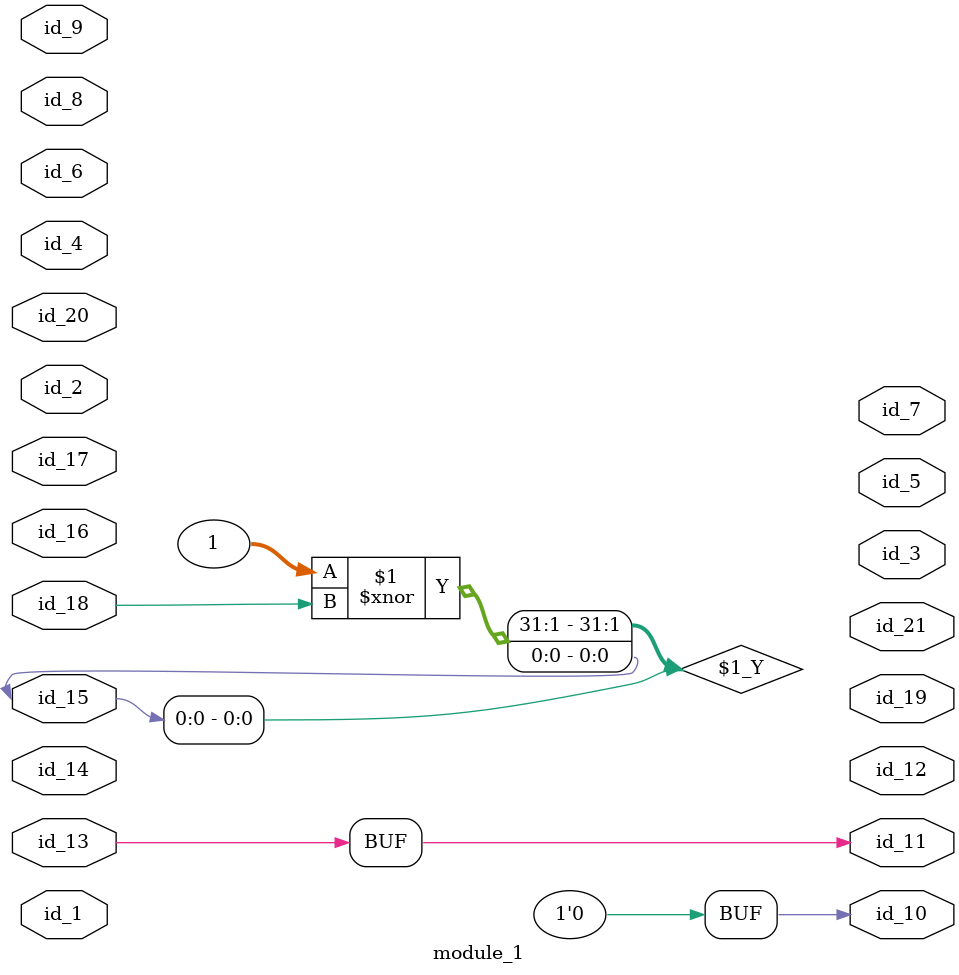
<source format=v>
module module_0;
  wire id_1;
  wire id_2;
endmodule
module module_1 (
    id_1,
    id_2,
    id_3,
    id_4,
    id_5,
    id_6,
    id_7,
    id_8,
    id_9,
    id_10,
    id_11,
    id_12,
    id_13,
    id_14,
    id_15,
    id_16,
    id_17,
    id_18,
    id_19,
    id_20,
    id_21
);
  output wire id_21;
  input wire id_20;
  output wire id_19;
  inout wire id_18;
  inout wire id_17;
  input wire id_16;
  inout wire id_15;
  inout wire id_14;
  inout wire id_13;
  output wire id_12;
  output wire id_11;
  output wire id_10;
  inout wire id_9;
  inout wire id_8;
  output wire id_7;
  inout wire id_6;
  output wire id_5;
  input wire id_4;
  output wire id_3;
  inout wire id_2;
  input wire id_1;
  wire id_22;
  assign id_15 = 1 ~^ id_18;
  assign id_10 = "";
  wire id_23;
  wire id_24, id_25;
  assign id_11[1'h0] = id_13;
  module_0 modCall_1 ();
endmodule

</source>
